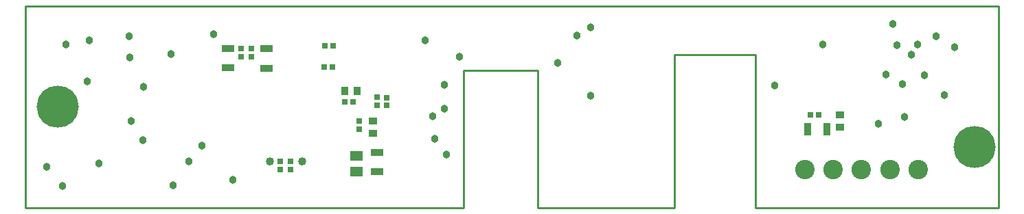
<source format=gbs>
%FSLAX25Y25*%
%MOIN*%
G70*
G01*
G75*
G04 Layer_Color=16711935*
%ADD10R,0.03150X0.05906*%
%ADD11R,0.07087X0.07874*%
%ADD12R,0.07087X0.03937*%
%ADD13R,0.02362X0.02362*%
%ADD14R,0.01654X0.05315*%
%ADD15R,0.05512X0.07480*%
%ADD16R,0.01200X0.01800*%
%ADD17R,0.02756X0.03347*%
%ADD18R,0.10236X0.10236*%
%ADD19R,0.01200X0.03400*%
%ADD20R,0.03400X0.01200*%
%ADD21O,0.02362X0.08661*%
%ADD22C,0.08000*%
%ADD23C,0.01500*%
%ADD24C,0.02000*%
%ADD25C,0.01000*%
%ADD26C,0.01200*%
%ADD27C,0.00800*%
%ADD28C,0.04000*%
%ADD29C,0.05000*%
%ADD30R,0.07218X0.03143*%
%ADD31R,0.03500X0.16700*%
%ADD32R,0.14100X0.03143*%
%ADD33R,0.13100X0.05000*%
%ADD34R,0.03800X0.29600*%
%ADD35R,0.05600X0.30100*%
%ADD36R,0.26100X0.04400*%
%ADD37R,0.18600X0.15300*%
%ADD38C,0.19685*%
%ADD39C,0.08661*%
%ADD40C,0.03228*%
%ADD41C,0.03000*%
%ADD42C,0.02000*%
%ADD43C,0.04000*%
%ADD44R,0.05315X0.02559*%
%ADD45R,0.02362X0.02362*%
%ADD46R,0.03347X0.02756*%
%ADD47R,0.05118X0.03937*%
%ADD48R,0.02559X0.05315*%
%ADD49C,0.03000*%
%ADD50R,0.12464X0.03143*%
%ADD51R,0.13939X0.02900*%
%ADD52R,0.02800X0.15100*%
%ADD53C,0.00600*%
%ADD54C,0.02362*%
%ADD55C,0.00984*%
%ADD56C,0.01969*%
%ADD57C,0.00500*%
%ADD58C,0.00787*%
%ADD59R,0.03950X0.06706*%
%ADD60R,0.07887X0.08674*%
%ADD61R,0.07887X0.04737*%
%ADD62R,0.03162X0.03162*%
%ADD63R,0.02454X0.06115*%
%ADD64R,0.06312X0.08280*%
%ADD65R,0.02000X0.02600*%
%ADD66R,0.03556X0.04147*%
%ADD67R,0.11236X0.11236*%
%ADD68R,0.02200X0.04400*%
%ADD69R,0.04400X0.02200*%
%ADD70O,0.03162X0.09461*%
%ADD71C,0.20485*%
%ADD72C,0.09461*%
%ADD73C,0.04028*%
%ADD74C,0.03800*%
%ADD75R,0.06115X0.03359*%
%ADD76R,0.03162X0.03162*%
%ADD77R,0.04147X0.03556*%
%ADD78R,0.05918X0.04737*%
%ADD79R,0.03359X0.06115*%
D25*
X354331Y-98425D02*
X472441D01*
X248700D02*
X314900D01*
X0D02*
Y0D01*
X472441D01*
X0Y-98425D02*
X212598D01*
X472441D02*
Y0D01*
X212598Y-98425D02*
Y-31496D01*
X212500D02*
X248700D01*
Y-98425D02*
Y-31496D01*
X354331Y-98425D02*
Y-23622D01*
X314900D02*
X354331D01*
X314900Y-98425D02*
Y-23622D01*
D62*
X104700Y-24673D02*
D03*
Y-20736D02*
D03*
X109700Y-24673D02*
D03*
Y-20736D02*
D03*
X170600Y-48437D02*
D03*
Y-44500D02*
D03*
X175400Y-48537D02*
D03*
Y-44600D02*
D03*
X162100Y-60137D02*
D03*
Y-56200D02*
D03*
X123500Y-79837D02*
D03*
Y-75900D02*
D03*
X128800Y-79837D02*
D03*
Y-75900D02*
D03*
D66*
X155095Y-41400D02*
D03*
X161000D02*
D03*
D71*
X15748Y-49213D02*
D03*
X460630Y-68898D02*
D03*
D72*
X378200Y-79900D02*
D03*
X391980D02*
D03*
X405759D02*
D03*
X419539D02*
D03*
X433318D02*
D03*
D73*
X118726Y-75767D02*
D03*
X134474D02*
D03*
D74*
X420900Y-8900D02*
D03*
X417600Y-33500D02*
D03*
X451100Y-20000D02*
D03*
X430100Y-23900D02*
D03*
X425500Y-38000D02*
D03*
X197500Y-53900D02*
D03*
X198500Y-64800D02*
D03*
X274300Y-10500D02*
D03*
X433000Y-18700D02*
D03*
X436400Y-33700D02*
D03*
X446000Y-43500D02*
D03*
X274400Y-43900D02*
D03*
X210500Y-24900D02*
D03*
X50400Y-14700D02*
D03*
X30900Y-16800D02*
D03*
X79200Y-75900D02*
D03*
X57200Y-39300D02*
D03*
X51300Y-56200D02*
D03*
X35800Y-76900D02*
D03*
X18000Y-87900D02*
D03*
X10200Y-78500D02*
D03*
X91200Y-13700D02*
D03*
X70500Y-23400D02*
D03*
X29900Y-36700D02*
D03*
X19600Y-18900D02*
D03*
X50800Y-25000D02*
D03*
X100800Y-84900D02*
D03*
X85600Y-68000D02*
D03*
X71500Y-87400D02*
D03*
X56900Y-65400D02*
D03*
X204400Y-72500D02*
D03*
X203200Y-50100D02*
D03*
X267600Y-14500D02*
D03*
X258300Y-27800D02*
D03*
X194000Y-16700D02*
D03*
X203200Y-38300D02*
D03*
X442000Y-14900D02*
D03*
X387100Y-18700D02*
D03*
X363500Y-38900D02*
D03*
X414100Y-57400D02*
D03*
X426800Y-54100D02*
D03*
X423100Y-19100D02*
D03*
D75*
X117000Y-30300D02*
D03*
Y-20851D02*
D03*
X98300Y-30100D02*
D03*
Y-20651D02*
D03*
X170800Y-80849D02*
D03*
Y-71400D02*
D03*
D76*
X145285Y-19304D02*
D03*
X149222D02*
D03*
X145116Y-29879D02*
D03*
X149054D02*
D03*
X155000Y-46700D02*
D03*
X158937D02*
D03*
X381063Y-53000D02*
D03*
X385000D02*
D03*
D77*
X168700Y-56100D02*
D03*
Y-62006D02*
D03*
X395200Y-59000D02*
D03*
Y-53095D02*
D03*
D78*
X160500Y-73000D02*
D03*
Y-80874D02*
D03*
D79*
X389100Y-60200D02*
D03*
X379651D02*
D03*
M02*

</source>
